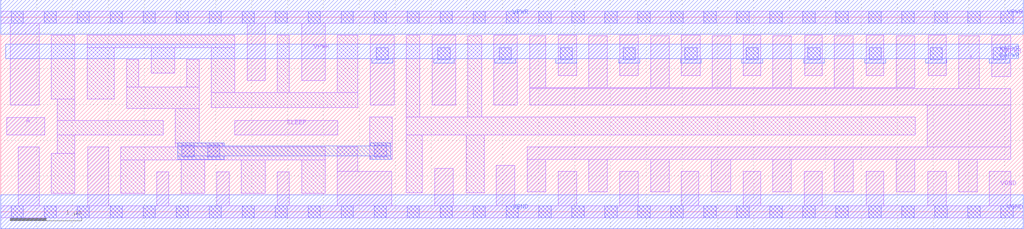
<source format=lef>
# Copyright 2020 The SkyWater PDK Authors
#
# Licensed under the Apache License, Version 2.0 (the "License");
# you may not use this file except in compliance with the License.
# You may obtain a copy of the License at
#
#     https://www.apache.org/licenses/LICENSE-2.0
#
# Unless required by applicable law or agreed to in writing, software
# distributed under the License is distributed on an "AS IS" BASIS,
# WITHOUT WARRANTIES OR CONDITIONS OF ANY KIND, either express or implied.
# See the License for the specific language governing permissions and
# limitations under the License.
#
# SPDX-License-Identifier: Apache-2.0

VERSION 5.7 ;
  NAMESCASESENSITIVE ON ;
  NOWIREEXTENSIONATPIN ON ;
  DIVIDERCHAR "/" ;
  BUSBITCHARS "[]" ;
UNITS
  DATABASE MICRONS 200 ;
END UNITS
MACRO sky130_fd_sc_hd__lpflow_isobufsrckapwr_16
  CLASS CORE ;
  SOURCE USER ;
  FOREIGN sky130_fd_sc_hd__lpflow_isobufsrckapwr_16 ;
  ORIGIN  0.000000  0.000000 ;
  SIZE  14.26000 BY  2.720000 ;
  SYMMETRY X Y R90 ;
  SITE unithd ;
  PIN A
    ANTENNAGATEAREA  0.247500 ;
    DIRECTION INPUT ;
    USE SIGNAL ;
    PORT
      LAYER li1 ;
        RECT 0.085000 1.075000 0.615000 1.320000 ;
    END
  END A
  PIN SLEEP
    ANTENNAGATEAREA  0.990000 ;
    DIRECTION INPUT ;
    USE SIGNAL ;
    PORT
      LAYER li1 ;
        RECT 3.260000 1.075000 4.700000 1.275000 ;
    END
  END SLEEP
  PIN X
    ANTENNADIFFAREA  3.180800 ;
    DIRECTION OUTPUT ;
    USE SIGNAL ;
    PORT
      LAYER li1 ;
        RECT  7.340000 0.280000  7.600000 0.735000 ;
        RECT  7.340000 0.735000 14.085000 0.905000 ;
        RECT  7.375000 1.495000 14.085000 1.720000 ;
        RECT  7.375000 1.720000 12.745000 1.735000 ;
        RECT  7.375000 1.735000  7.600000 2.460000 ;
        RECT  8.200000 0.280000  8.460000 0.735000 ;
        RECT  8.200000 1.735000  8.460000 2.460000 ;
        RECT  9.060000 0.280000  9.320000 0.735000 ;
        RECT  9.060000 1.735000  9.320000 2.460000 ;
        RECT  9.905000 0.280000 10.180000 0.735000 ;
        RECT  9.920000 1.735000 10.180000 2.460000 ;
        RECT 10.765000 0.280000 11.025000 0.735000 ;
        RECT 10.765000 1.735000 11.025000 2.460000 ;
        RECT 11.625000 0.280000 11.885000 0.735000 ;
        RECT 11.625000 1.735000 11.885000 2.460000 ;
        RECT 12.485000 0.280000 12.745000 0.735000 ;
        RECT 12.485000 1.735000 12.745000 2.460000 ;
        RECT 12.920000 0.905000 14.085000 1.495000 ;
        RECT 13.355000 0.280000 13.615000 0.735000 ;
        RECT 13.355000 1.720000 13.645000 2.460000 ;
    END
  END X
  PIN KAPWR
    DIRECTION INOUT ;
    SHAPE ABUTMENT ;
    USE POWER ;
    PORT
      LAYER li1 ;
        RECT  5.155000 1.495000  5.485000 2.465000 ;
        RECT  6.015000 1.495000  6.345000 2.465000 ;
        RECT  6.875000 1.495000  7.205000 2.465000 ;
        RECT  7.770000 1.905000  8.030000 2.465000 ;
        RECT  8.630000 1.905000  8.890000 2.465000 ;
        RECT  9.490000 1.905000  9.750000 2.465000 ;
        RECT 10.350000 1.905000 10.595000 2.465000 ;
        RECT 11.210000 1.905000 11.455000 2.465000 ;
        RECT 12.070000 1.905000 12.315000 2.465000 ;
        RECT 12.930000 1.905000 13.185000 2.465000 ;
        RECT 13.815000 1.890000 14.085000 2.465000 ;
      LAYER mcon ;
        RECT  5.235000 2.125000  5.405000 2.295000 ;
        RECT  6.095000 2.125000  6.265000 2.295000 ;
        RECT  6.950000 2.125000  7.120000 2.295000 ;
        RECT  7.800000 2.125000  7.970000 2.295000 ;
        RECT  8.680000 2.125000  8.850000 2.295000 ;
        RECT  9.540000 2.125000  9.710000 2.295000 ;
        RECT 10.395000 2.125000 10.565000 2.295000 ;
        RECT 11.255000 2.125000 11.425000 2.295000 ;
        RECT 12.110000 2.125000 12.280000 2.295000 ;
        RECT 12.960000 2.125000 13.130000 2.295000 ;
        RECT 13.840000 2.125000 14.010000 2.295000 ;
      LAYER met1 ;
        RECT  0.070000 2.140000 14.190000 2.340000 ;
        RECT  5.175000 2.080000  5.465000 2.140000 ;
        RECT  6.035000 2.080000  6.325000 2.140000 ;
        RECT  6.890000 2.080000  7.180000 2.140000 ;
        RECT  7.740000 2.080000  8.030000 2.140000 ;
        RECT  8.620000 2.080000  8.910000 2.140000 ;
        RECT  9.480000 2.080000  9.770000 2.140000 ;
        RECT 10.335000 2.080000 10.625000 2.140000 ;
        RECT 11.195000 2.080000 11.485000 2.140000 ;
        RECT 12.050000 2.080000 12.340000 2.140000 ;
        RECT 12.900000 2.080000 13.190000 2.140000 ;
        RECT 13.780000 2.080000 14.070000 2.140000 ;
    END
  END KAPWR
  PIN VGND
    DIRECTION INOUT ;
    SHAPE ABUTMENT ;
    USE GROUND ;
    PORT
      LAYER li1 ;
        RECT  0.000000 -0.085000 14.260000 0.085000 ;
        RECT  0.245000  0.085000  0.535000 0.905000 ;
        RECT  1.215000  0.085000  1.505000 0.905000 ;
        RECT  2.175000  0.085000  2.345000 0.555000 ;
        RECT  3.015000  0.085000  3.185000 0.555000 ;
        RECT  3.855000  0.085000  4.025000 0.555000 ;
        RECT  4.695000  0.085000  5.450000 0.565000 ;
        RECT  4.695000  0.565000  4.975000 0.905000 ;
        RECT  6.050000  0.085000  6.310000 0.610000 ;
        RECT  6.910000  0.085000  7.170000 0.645000 ;
        RECT  7.770000  0.085000  8.030000 0.565000 ;
        RECT  8.630000  0.085000  8.890000 0.565000 ;
        RECT  9.490000  0.085000  9.735000 0.565000 ;
        RECT 10.350000  0.085000 10.595000 0.565000 ;
        RECT 11.205000  0.085000 11.455000 0.565000 ;
        RECT 12.065000  0.085000 12.315000 0.565000 ;
        RECT 12.925000  0.085000 13.185000 0.565000 ;
        RECT 13.785000  0.085000 14.085000 0.565000 ;
      LAYER mcon ;
        RECT  0.145000 -0.085000  0.315000 0.085000 ;
        RECT  0.605000 -0.085000  0.775000 0.085000 ;
        RECT  1.065000 -0.085000  1.235000 0.085000 ;
        RECT  1.525000 -0.085000  1.695000 0.085000 ;
        RECT  1.985000 -0.085000  2.155000 0.085000 ;
        RECT  2.445000 -0.085000  2.615000 0.085000 ;
        RECT  2.905000 -0.085000  3.075000 0.085000 ;
        RECT  3.365000 -0.085000  3.535000 0.085000 ;
        RECT  3.825000 -0.085000  3.995000 0.085000 ;
        RECT  4.285000 -0.085000  4.455000 0.085000 ;
        RECT  4.745000 -0.085000  4.915000 0.085000 ;
        RECT  5.205000 -0.085000  5.375000 0.085000 ;
        RECT  5.665000 -0.085000  5.835000 0.085000 ;
        RECT  6.125000 -0.085000  6.295000 0.085000 ;
        RECT  6.585000 -0.085000  6.755000 0.085000 ;
        RECT  7.045000 -0.085000  7.215000 0.085000 ;
        RECT  7.505000 -0.085000  7.675000 0.085000 ;
        RECT  7.965000 -0.085000  8.135000 0.085000 ;
        RECT  8.425000 -0.085000  8.595000 0.085000 ;
        RECT  8.885000 -0.085000  9.055000 0.085000 ;
        RECT  9.345000 -0.085000  9.515000 0.085000 ;
        RECT  9.805000 -0.085000  9.975000 0.085000 ;
        RECT 10.265000 -0.085000 10.435000 0.085000 ;
        RECT 10.725000 -0.085000 10.895000 0.085000 ;
        RECT 11.185000 -0.085000 11.355000 0.085000 ;
        RECT 11.645000 -0.085000 11.815000 0.085000 ;
        RECT 12.105000 -0.085000 12.275000 0.085000 ;
        RECT 12.565000 -0.085000 12.735000 0.085000 ;
        RECT 13.025000 -0.085000 13.195000 0.085000 ;
        RECT 13.485000 -0.085000 13.655000 0.085000 ;
        RECT 13.945000 -0.085000 14.115000 0.085000 ;
      LAYER met1 ;
        RECT 0.000000 -0.240000 14.260000 0.240000 ;
    END
  END VGND
  PIN VPWR
    DIRECTION INOUT ;
    SHAPE ABUTMENT ;
    USE POWER ;
    PORT
      LAYER li1 ;
        RECT 0.000000 2.635000 14.260000 2.805000 ;
        RECT 0.130000 1.495000  0.535000 2.635000 ;
        RECT 3.435000 1.835000  3.685000 2.635000 ;
        RECT 4.195000 1.835000  4.525000 2.635000 ;
      LAYER mcon ;
        RECT  0.145000 2.635000  0.315000 2.805000 ;
        RECT  0.605000 2.635000  0.775000 2.805000 ;
        RECT  1.065000 2.635000  1.235000 2.805000 ;
        RECT  1.525000 2.635000  1.695000 2.805000 ;
        RECT  1.985000 2.635000  2.155000 2.805000 ;
        RECT  2.445000 2.635000  2.615000 2.805000 ;
        RECT  2.905000 2.635000  3.075000 2.805000 ;
        RECT  3.365000 2.635000  3.535000 2.805000 ;
        RECT  3.825000 2.635000  3.995000 2.805000 ;
        RECT  4.285000 2.635000  4.455000 2.805000 ;
        RECT  4.745000 2.635000  4.915000 2.805000 ;
        RECT  5.205000 2.635000  5.375000 2.805000 ;
        RECT  5.665000 2.635000  5.835000 2.805000 ;
        RECT  6.125000 2.635000  6.295000 2.805000 ;
        RECT  6.585000 2.635000  6.755000 2.805000 ;
        RECT  7.045000 2.635000  7.215000 2.805000 ;
        RECT  7.505000 2.635000  7.675000 2.805000 ;
        RECT  7.965000 2.635000  8.135000 2.805000 ;
        RECT  8.425000 2.635000  8.595000 2.805000 ;
        RECT  8.885000 2.635000  9.055000 2.805000 ;
        RECT  9.345000 2.635000  9.515000 2.805000 ;
        RECT  9.805000 2.635000  9.975000 2.805000 ;
        RECT 10.265000 2.635000 10.435000 2.805000 ;
        RECT 10.725000 2.635000 10.895000 2.805000 ;
        RECT 11.185000 2.635000 11.355000 2.805000 ;
        RECT 11.645000 2.635000 11.815000 2.805000 ;
        RECT 12.105000 2.635000 12.275000 2.805000 ;
        RECT 12.565000 2.635000 12.735000 2.805000 ;
        RECT 13.025000 2.635000 13.195000 2.805000 ;
        RECT 13.485000 2.635000 13.655000 2.805000 ;
        RECT 13.945000 2.635000 14.115000 2.805000 ;
      LAYER met1 ;
        RECT 0.000000 2.480000 14.260000 2.960000 ;
    END
  END VPWR
  OBS
    LAYER li1 ;
      RECT 0.705000 0.255000  1.035000 0.815000 ;
      RECT 0.705000 1.575000  1.035000 2.465000 ;
      RECT 0.785000 0.815000  1.035000 1.075000 ;
      RECT 0.785000 1.075000  2.265000 1.275000 ;
      RECT 0.785000 1.275000  1.035000 1.575000 ;
      RECT 1.205000 1.575000  1.585000 2.295000 ;
      RECT 1.205000 2.295000  3.265000 2.465000 ;
      RECT 1.675000 0.255000  2.005000 0.725000 ;
      RECT 1.675000 0.725000  4.525000 0.905000 ;
      RECT 1.755000 1.445000  2.765000 1.745000 ;
      RECT 1.755000 1.745000  1.925000 2.125000 ;
      RECT 2.095000 1.935000  2.425000 2.295000 ;
      RECT 2.435000 0.905000  3.095000 0.965000 ;
      RECT 2.435000 0.965000  2.765000 1.445000 ;
      RECT 2.515000 0.255000  2.845000 0.725000 ;
      RECT 2.595000 1.745000  2.765000 2.125000 ;
      RECT 2.935000 1.455000  4.975000 1.665000 ;
      RECT 2.935000 1.665000  3.265000 2.295000 ;
      RECT 3.355000 0.255000  3.685000 0.725000 ;
      RECT 3.855000 1.665000  4.025000 2.465000 ;
      RECT 4.195000 0.255000  4.525000 0.725000 ;
      RECT 4.695000 1.665000  4.975000 2.465000 ;
      RECT 5.145000 0.735000  5.460000 1.325000 ;
      RECT 5.655000 0.265000  5.880000 1.075000 ;
      RECT 5.655000 1.075000 12.750000 1.325000 ;
      RECT 5.655000 1.325000  5.845000 2.465000 ;
      RECT 6.490000 0.265000  6.740000 1.075000 ;
      RECT 6.515000 1.325000  6.705000 2.460000 ;
    LAYER mcon ;
      RECT 2.525000 0.765000 2.695000 0.935000 ;
      RECT 2.885000 0.765000 3.055000 0.935000 ;
      RECT 5.210000 0.765000 5.380000 0.935000 ;
    LAYER met1 ;
      RECT 2.465000 0.735000 3.115000 0.780000 ;
      RECT 2.465000 0.780000 5.440000 0.920000 ;
      RECT 2.465000 0.920000 3.115000 0.965000 ;
      RECT 5.150000 0.735000 5.440000 0.780000 ;
      RECT 5.150000 0.920000 5.440000 0.965000 ;
  END
END sky130_fd_sc_hd__lpflow_isobufsrckapwr_16
END LIBRARY

</source>
